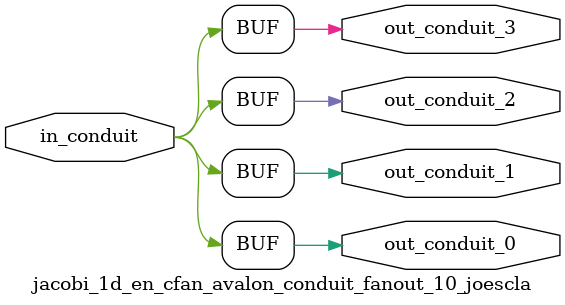
<source format=sv>


 


// --------------------------------------------------------------------------------
//| Avalon Conduit Fan-Out
// --------------------------------------------------------------------------------

// ------------------------------------------
// Generation parameters:
//   output_name:       jacobi_1d_en_cfan_avalon_conduit_fanout_10_joescla
//   numFanOut:         4
//   
// ------------------------------------------

module jacobi_1d_en_cfan_avalon_conduit_fanout_10_joescla (     

// Interface: out_conduit_0
 output                    out_conduit_0,
// Interface: out_conduit_1
 output                    out_conduit_1,
// Interface: out_conduit_2
 output                    out_conduit_2,
// Interface: out_conduit_3
 output                    out_conduit_3,

// Interface: in_conduit
 input                   in_conduit

);

   assign  out_conduit_0 = in_conduit;
   assign  out_conduit_1 = in_conduit;
   assign  out_conduit_2 = in_conduit;
   assign  out_conduit_3 = in_conduit;

endmodule //


</source>
